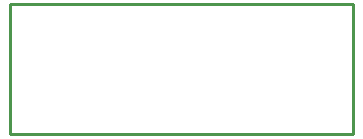
<source format=gko>
G04*
G04 #@! TF.GenerationSoftware,Altium Limited,Altium Designer,20.0.10 (225)*
G04*
G04 Layer_Color=16711935*
%FSLAX25Y25*%
%MOIN*%
G70*
G01*
G75*
%ADD26C,0.01000*%
D26*
X4724D02*
Y43307D01*
Y0D02*
X118898D01*
Y43307D01*
X4724D02*
X118898D01*
M02*

</source>
